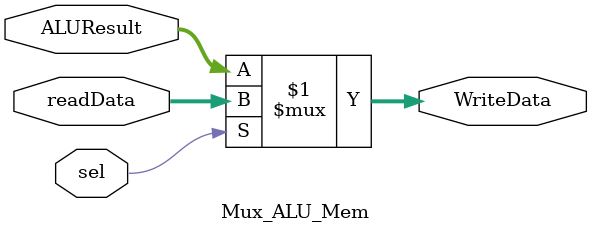
<source format=v>
module Mux_ALU_Mem(
    input  wire sel,
    input  wire [31:0] ALUResult,
    input  wire [31:0] readData,
    output wire [31:0] WriteData
);
    assign WriteData = (sel) ? readData : ALUResult;
endmodule

</source>
